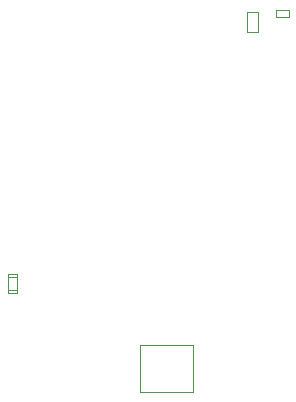
<source format=gbr>
%TF.GenerationSoftware,Altium Limited,Altium Designer,20.2.4 (192)*%
G04 Layer_Color=16711935*
%FSLAX26Y26*%
%MOIN*%
%TF.SameCoordinates,E8949934-62E6-4346-A9B8-0D5D28CF3135*%
%TF.FilePolarity,Positive*%
%TF.FileFunction,Other,Mechanical_13*%
%TF.Part,Single*%
G01*
G75*
%TA.AperFunction,NonConductor*%
%ADD97C,0.003937*%
D97*
X478417Y840260D02*
X655583D01*
X478417Y997740D02*
X655583D01*
Y840260D02*
Y997740D01*
X478417Y840260D02*
Y997740D01*
X933331Y2090173D02*
X974669D01*
X933331Y2111827D02*
X974669D01*
Y2090173D02*
Y2111827D01*
X933331Y2090173D02*
Y2111827D01*
X69748Y1170504D02*
Y1233496D01*
X38252Y1170504D02*
Y1233496D01*
X69748D01*
X38252Y1170504D02*
X69748D01*
X38252Y1180347D02*
X69748D01*
X38252Y1223653D02*
X69748D01*
X837284Y2040535D02*
X872716D01*
X837284Y2107465D02*
X872716D01*
X837284Y2040535D02*
Y2107465D01*
X872716Y2040535D02*
Y2107465D01*
%TF.MD5,b6a18d6990f602a1713822cf27c6bdf3*%
M02*

</source>
